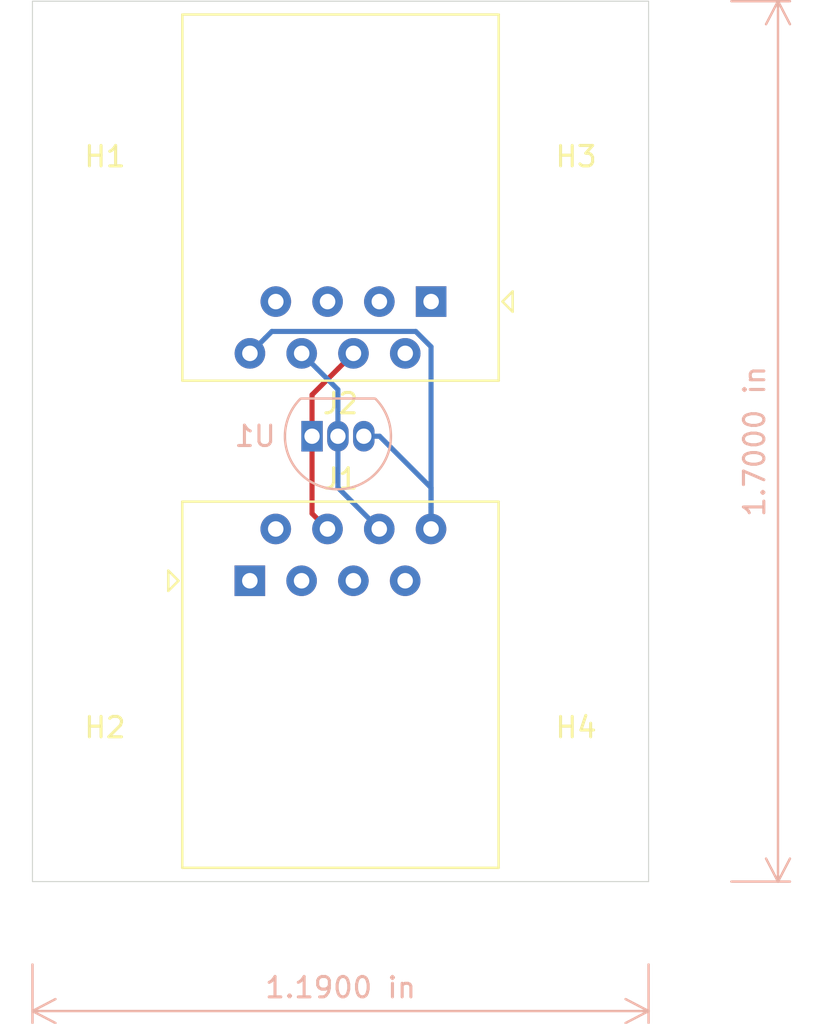
<source format=kicad_pcb>
(kicad_pcb (version 20171130) (host pcbnew "(5.1.5)-3")

  (general
    (thickness 1.6)
    (drawings 6)
    (tracks 17)
    (zones 0)
    (modules 7)
    (nets 14)
  )

  (page USLetter)
  (title_block
    (title "PAM chain link module")
    (date 2020-04-29)
    (rev 1)
  )

  (layers
    (0 F.Cu signal)
    (31 B.Cu signal)
    (32 B.Adhes user)
    (33 F.Adhes user)
    (34 B.Paste user)
    (35 F.Paste user)
    (36 B.SilkS user)
    (37 F.SilkS user)
    (38 B.Mask user)
    (39 F.Mask user)
    (40 Dwgs.User user)
    (41 Cmts.User user)
    (42 Eco1.User user)
    (43 Eco2.User user)
    (44 Edge.Cuts user)
    (45 Margin user)
    (46 B.CrtYd user)
    (47 F.CrtYd user)
    (48 B.Fab user)
    (49 F.Fab user)
  )

  (setup
    (last_trace_width 0.25)
    (trace_clearance 0.2)
    (zone_clearance 0.508)
    (zone_45_only no)
    (trace_min 0.2)
    (via_size 0.8)
    (via_drill 0.4)
    (via_min_size 0.4)
    (via_min_drill 0.3)
    (uvia_size 0.3)
    (uvia_drill 0.1)
    (uvias_allowed no)
    (uvia_min_size 0.2)
    (uvia_min_drill 0.1)
    (edge_width 0.05)
    (segment_width 0.2)
    (pcb_text_width 0.3)
    (pcb_text_size 1.5 1.5)
    (mod_edge_width 0.12)
    (mod_text_size 1 1)
    (mod_text_width 0.15)
    (pad_size 1.524 1.524)
    (pad_drill 0.762)
    (pad_to_mask_clearance 0.051)
    (solder_mask_min_width 0.25)
    (aux_axis_origin 0 0)
    (visible_elements 7FFFFFFF)
    (pcbplotparams
      (layerselection 0x010fc_ffffffff)
      (usegerberextensions false)
      (usegerberattributes false)
      (usegerberadvancedattributes false)
      (creategerberjobfile false)
      (excludeedgelayer true)
      (linewidth 0.100000)
      (plotframeref false)
      (viasonmask false)
      (mode 1)
      (useauxorigin false)
      (hpglpennumber 1)
      (hpglpenspeed 20)
      (hpglpendiameter 15.000000)
      (psnegative false)
      (psa4output false)
      (plotreference true)
      (plotvalue true)
      (plotinvisibletext false)
      (padsonsilk false)
      (subtractmaskfromsilk false)
      (outputformat 1)
      (mirror false)
      (drillshape 0)
      (scaleselection 1)
      (outputdirectory "C:/Users/Matej Usaj/Documents/kicad/pam_chain_module/pcb_plot/"))
  )

  (net 0 "")
  (net 1 VCC)
  (net 2 "Net-(J1-Pad7)")
  (net 3 /DATA)
  (net 4 "Net-(J1-Pad5)")
  (net 5 GND)
  (net 6 "Net-(J1-Pad3)")
  (net 7 "Net-(J1-Pad2)")
  (net 8 "Net-(J1-Pad1)")
  (net 9 "Net-(J2-Pad1)")
  (net 10 "Net-(J2-Pad2)")
  (net 11 "Net-(J2-Pad3)")
  (net 12 "Net-(J2-Pad5)")
  (net 13 "Net-(J2-Pad7)")

  (net_class Default "This is the default net class."
    (clearance 0.2)
    (trace_width 0.25)
    (via_dia 0.8)
    (via_drill 0.4)
    (uvia_dia 0.3)
    (uvia_drill 0.1)
    (add_net /DATA)
    (add_net GND)
    (add_net "Net-(J1-Pad1)")
    (add_net "Net-(J1-Pad2)")
    (add_net "Net-(J1-Pad3)")
    (add_net "Net-(J1-Pad5)")
    (add_net "Net-(J1-Pad7)")
    (add_net "Net-(J2-Pad1)")
    (add_net "Net-(J2-Pad2)")
    (add_net "Net-(J2-Pad3)")
    (add_net "Net-(J2-Pad5)")
    (add_net "Net-(J2-Pad7)")
    (add_net VCC)
  )

  (module MountingHole:MountingHole_3mm (layer F.Cu) (tedit 56D1B4CB) (tstamp 5EA3AEA4)
    (at 135.89 101.854)
    (descr "Mounting Hole 3mm, no annular")
    (tags "mounting hole 3mm no annular")
    (path /5EA55A8C)
    (attr virtual)
    (fp_text reference H4 (at 0 -4) (layer F.SilkS)
      (effects (font (size 1 1) (thickness 0.15)))
    )
    (fp_text value MountingHole (at 0 4) (layer F.Fab)
      (effects (font (size 1 1) (thickness 0.15)))
    )
    (fp_circle (center 0 0) (end 3.25 0) (layer F.CrtYd) (width 0.05))
    (fp_circle (center 0 0) (end 3 0) (layer Cmts.User) (width 0.15))
    (fp_text user %R (at 0.3 0) (layer F.Fab)
      (effects (font (size 1 1) (thickness 0.15)))
    )
    (pad 1 np_thru_hole circle (at 0 0) (size 3 3) (drill 3) (layers *.Cu *.Mask))
  )

  (module MountingHole:MountingHole_3mm (layer F.Cu) (tedit 56D1B4CB) (tstamp 5EA3AE9C)
    (at 135.89 65.786)
    (descr "Mounting Hole 3mm, no annular")
    (tags "mounting hole 3mm no annular")
    (path /5EA553C2)
    (attr virtual)
    (fp_text reference H3 (at 0 4.064) (layer F.SilkS)
      (effects (font (size 1 1) (thickness 0.15)))
    )
    (fp_text value MountingHole (at 0 4) (layer F.Fab)
      (effects (font (size 1 1) (thickness 0.15)))
    )
    (fp_circle (center 0 0) (end 3.25 0) (layer F.CrtYd) (width 0.05))
    (fp_circle (center 0 0) (end 3 0) (layer Cmts.User) (width 0.15))
    (fp_text user %R (at 0.3 0) (layer F.Fab)
      (effects (font (size 1 1) (thickness 0.15)))
    )
    (pad 1 np_thru_hole circle (at 0 0) (size 3 3) (drill 3) (layers *.Cu *.Mask))
  )

  (module MountingHole:MountingHole_3mm (layer F.Cu) (tedit 56D1B4CB) (tstamp 5EA3AE94)
    (at 112.776 101.854)
    (descr "Mounting Hole 3mm, no annular")
    (tags "mounting hole 3mm no annular")
    (path /5EA54166)
    (attr virtual)
    (fp_text reference H2 (at 0 -4) (layer F.SilkS)
      (effects (font (size 1 1) (thickness 0.15)))
    )
    (fp_text value MountingHole (at 0 4) (layer F.Fab)
      (effects (font (size 1 1) (thickness 0.15)))
    )
    (fp_circle (center 0 0) (end 3.25 0) (layer F.CrtYd) (width 0.05))
    (fp_circle (center 0 0) (end 3 0) (layer Cmts.User) (width 0.15))
    (fp_text user %R (at 0.3 0) (layer F.Fab)
      (effects (font (size 1 1) (thickness 0.15)))
    )
    (pad 1 np_thru_hole circle (at 0 0) (size 3 3) (drill 3) (layers *.Cu *.Mask))
  )

  (module MountingHole:MountingHole_3mm (layer F.Cu) (tedit 56D1B4CB) (tstamp 5EA3AE8C)
    (at 112.776 65.786)
    (descr "Mounting Hole 3mm, no annular")
    (tags "mounting hole 3mm no annular")
    (path /5EA54DA8)
    (attr virtual)
    (fp_text reference H1 (at 0 4.064) (layer F.SilkS)
      (effects (font (size 1 1) (thickness 0.15)))
    )
    (fp_text value MountingHole (at 0 4) (layer F.Fab)
      (effects (font (size 1 1) (thickness 0.15)))
    )
    (fp_circle (center 0 0) (end 3.25 0) (layer F.CrtYd) (width 0.05))
    (fp_circle (center 0 0) (end 3 0) (layer Cmts.User) (width 0.15))
    (fp_text user %R (at 0.3 0) (layer F.Fab)
      (effects (font (size 1 1) (thickness 0.15)))
    )
    (pad 1 np_thru_hole circle (at 0 0) (size 3 3) (drill 3) (layers *.Cu *.Mask))
  )

  (module Connector_RJ:RJ45_Amphenol_54602-x08_Horizontal (layer F.Cu) (tedit 5B103613) (tstamp 5EA36BCF)
    (at 119.884001 90.655001)
    (descr "8 Pol Shallow Latch Connector, Modjack, RJ45 (https://cdn.amphenol-icc.com/media/wysiwyg/files/drawing/c-bmj-0102.pdf)")
    (tags RJ45)
    (path /5EA398D2)
    (fp_text reference J1 (at 4.445 -5) (layer F.SilkS)
      (effects (font (size 1 1) (thickness 0.15)))
    )
    (fp_text value RJ45 (at 4.445 4) (layer F.Fab)
      (effects (font (size 1 1) (thickness 0.15)))
    )
    (fp_line (start 12.6 14.47) (end -3.71 14.47) (layer F.CrtYd) (width 0.05))
    (fp_line (start 12.6 14.47) (end 12.6 -4.27) (layer F.CrtYd) (width 0.05))
    (fp_line (start -3.71 -4.27) (end -3.71 14.47) (layer F.CrtYd) (width 0.05))
    (fp_line (start -3.71 -4.27) (end 12.6 -4.27) (layer F.CrtYd) (width 0.05))
    (fp_line (start -3.315 -3.88) (end -3.315 14.08) (layer F.SilkS) (width 0.12))
    (fp_line (start 12.205 -3.88) (end -3.315 -3.88) (layer F.SilkS) (width 0.12))
    (fp_line (start 12.205 -3.88) (end 12.205 14.08) (layer F.SilkS) (width 0.12))
    (fp_line (start -3.315 14.08) (end 12.205 14.08) (layer F.SilkS) (width 0.12))
    (fp_line (start -3.205 -2.77) (end -2.205 -3.77) (layer F.Fab) (width 0.12))
    (fp_line (start -2.205 -3.77) (end 12.095 -3.77) (layer F.Fab) (width 0.12))
    (fp_line (start 12.095 -3.77) (end 12.095 13.97) (layer F.Fab) (width 0.12))
    (fp_line (start 12.095 13.97) (end -3.205 13.97) (layer F.Fab) (width 0.12))
    (fp_line (start -3.205 13.97) (end -3.205 -2.77) (layer F.Fab) (width 0.12))
    (fp_line (start -3.5 0) (end -4 -0.5) (layer F.SilkS) (width 0.12))
    (fp_line (start -4 -0.5) (end -4 0.5) (layer F.SilkS) (width 0.12))
    (fp_line (start -4 0.5) (end -3.5 0) (layer F.SilkS) (width 0.12))
    (fp_text user %R (at 4.445 2) (layer F.Fab)
      (effects (font (size 1 1) (thickness 0.15)))
    )
    (pad 8 thru_hole circle (at 8.89 -2.54) (size 1.5 1.5) (drill 0.76) (layers *.Cu *.Mask)
      (net 1 VCC))
    (pad 7 thru_hole circle (at 7.62 0) (size 1.5 1.5) (drill 0.76) (layers *.Cu *.Mask)
      (net 2 "Net-(J1-Pad7)"))
    (pad 6 thru_hole circle (at 6.35 -2.54) (size 1.5 1.5) (drill 0.76) (layers *.Cu *.Mask)
      (net 3 /DATA))
    (pad 5 thru_hole circle (at 5.08 0) (size 1.5 1.5) (drill 0.76) (layers *.Cu *.Mask)
      (net 4 "Net-(J1-Pad5)"))
    (pad 4 thru_hole circle (at 3.81 -2.54) (size 1.5 1.5) (drill 0.76) (layers *.Cu *.Mask)
      (net 5 GND))
    (pad 3 thru_hole circle (at 2.54 0) (size 1.5 1.5) (drill 0.76) (layers *.Cu *.Mask)
      (net 6 "Net-(J1-Pad3)"))
    (pad 2 thru_hole circle (at 1.27 -2.54) (size 1.5 1.5) (drill 0.76) (layers *.Cu *.Mask)
      (net 7 "Net-(J1-Pad2)"))
    (pad 1 thru_hole rect (at 0 0) (size 1.5 1.5) (drill 0.76) (layers *.Cu *.Mask)
      (net 8 "Net-(J1-Pad1)"))
    (pad "" np_thru_hole circle (at -1.27 6.35) (size 3.2 3.2) (drill 3.2) (layers *.Cu *.Mask))
    (pad "" np_thru_hole circle (at 10.16 6.35) (size 3.2 3.2) (drill 3.2) (layers *.Cu *.Mask))
    (model ${KISYS3DMOD}/Connector_RJ.3dshapes/RJ45_Amphenol_54602-x08_Horizontal.wrl
      (at (xyz 0 0 0))
      (scale (xyz 1 1 1))
      (rotate (xyz 0 0 0))
    )
  )

  (module Connector_RJ:RJ45_Amphenol_54602-x08_Horizontal (layer F.Cu) (tedit 5B103613) (tstamp 5EA36BEE)
    (at 128.778 76.962 180)
    (descr "8 Pol Shallow Latch Connector, Modjack, RJ45 (https://cdn.amphenol-icc.com/media/wysiwyg/files/drawing/c-bmj-0102.pdf)")
    (tags RJ45)
    (path /5EA388D6)
    (fp_text reference J2 (at 4.445 -5) (layer F.SilkS)
      (effects (font (size 1 1) (thickness 0.15)))
    )
    (fp_text value RJ45 (at 4.445 4) (layer F.Fab)
      (effects (font (size 1 1) (thickness 0.15)))
    )
    (fp_text user %R (at 4.445 2) (layer F.Fab)
      (effects (font (size 1 1) (thickness 0.15)))
    )
    (fp_line (start -4 0.5) (end -3.5 0) (layer F.SilkS) (width 0.12))
    (fp_line (start -4 -0.5) (end -4 0.5) (layer F.SilkS) (width 0.12))
    (fp_line (start -3.5 0) (end -4 -0.5) (layer F.SilkS) (width 0.12))
    (fp_line (start -3.205 13.97) (end -3.205 -2.77) (layer F.Fab) (width 0.12))
    (fp_line (start 12.095 13.97) (end -3.205 13.97) (layer F.Fab) (width 0.12))
    (fp_line (start 12.095 -3.77) (end 12.095 13.97) (layer F.Fab) (width 0.12))
    (fp_line (start -2.205 -3.77) (end 12.095 -3.77) (layer F.Fab) (width 0.12))
    (fp_line (start -3.205 -2.77) (end -2.205 -3.77) (layer F.Fab) (width 0.12))
    (fp_line (start -3.315 14.08) (end 12.205 14.08) (layer F.SilkS) (width 0.12))
    (fp_line (start 12.205 -3.88) (end 12.205 14.08) (layer F.SilkS) (width 0.12))
    (fp_line (start 12.205 -3.88) (end -3.315 -3.88) (layer F.SilkS) (width 0.12))
    (fp_line (start -3.315 -3.88) (end -3.315 14.08) (layer F.SilkS) (width 0.12))
    (fp_line (start -3.71 -4.27) (end 12.6 -4.27) (layer F.CrtYd) (width 0.05))
    (fp_line (start -3.71 -4.27) (end -3.71 14.47) (layer F.CrtYd) (width 0.05))
    (fp_line (start 12.6 14.47) (end 12.6 -4.27) (layer F.CrtYd) (width 0.05))
    (fp_line (start 12.6 14.47) (end -3.71 14.47) (layer F.CrtYd) (width 0.05))
    (pad "" np_thru_hole circle (at 10.16 6.35 180) (size 3.2 3.2) (drill 3.2) (layers *.Cu *.Mask))
    (pad "" np_thru_hole circle (at -1.27 6.35 180) (size 3.2 3.2) (drill 3.2) (layers *.Cu *.Mask))
    (pad 1 thru_hole rect (at 0 0 180) (size 1.5 1.5) (drill 0.76) (layers *.Cu *.Mask)
      (net 9 "Net-(J2-Pad1)"))
    (pad 2 thru_hole circle (at 1.27 -2.54 180) (size 1.5 1.5) (drill 0.76) (layers *.Cu *.Mask)
      (net 10 "Net-(J2-Pad2)"))
    (pad 3 thru_hole circle (at 2.54 0 180) (size 1.5 1.5) (drill 0.76) (layers *.Cu *.Mask)
      (net 11 "Net-(J2-Pad3)"))
    (pad 4 thru_hole circle (at 3.81 -2.54 180) (size 1.5 1.5) (drill 0.76) (layers *.Cu *.Mask)
      (net 5 GND))
    (pad 5 thru_hole circle (at 5.08 0 180) (size 1.5 1.5) (drill 0.76) (layers *.Cu *.Mask)
      (net 12 "Net-(J2-Pad5)"))
    (pad 6 thru_hole circle (at 6.35 -2.54 180) (size 1.5 1.5) (drill 0.76) (layers *.Cu *.Mask)
      (net 3 /DATA))
    (pad 7 thru_hole circle (at 7.62 0 180) (size 1.5 1.5) (drill 0.76) (layers *.Cu *.Mask)
      (net 13 "Net-(J2-Pad7)"))
    (pad 8 thru_hole circle (at 8.89 -2.54 180) (size 1.5 1.5) (drill 0.76) (layers *.Cu *.Mask)
      (net 1 VCC))
    (model ${KISYS3DMOD}/Connector_RJ.3dshapes/RJ45_Amphenol_54602-x08_Horizontal.wrl
      (at (xyz 0 0 0))
      (scale (xyz 1 1 1))
      (rotate (xyz 0 0 0))
    )
  )

  (module Package_TO_SOT_THT:TO-92_Inline (layer B.Cu) (tedit 5A1DD157) (tstamp 5EA3B195)
    (at 122.936 83.566)
    (descr "TO-92 leads in-line, narrow, oval pads, drill 0.75mm (see NXP sot054_po.pdf)")
    (tags "to-92 sc-43 sc-43a sot54 PA33 transistor")
    (path /5EA37B9B)
    (fp_text reference U1 (at -2.794 0) (layer B.SilkS)
      (effects (font (size 1 1) (thickness 0.15)) (justify mirror))
    )
    (fp_text value MAX31820 (at 1.27 -2.79) (layer B.Fab)
      (effects (font (size 1 1) (thickness 0.15)) (justify mirror))
    )
    (fp_arc (start 1.27 0) (end 1.27 2.6) (angle -135) (layer B.SilkS) (width 0.12))
    (fp_arc (start 1.27 0) (end 1.27 2.48) (angle 135) (layer B.Fab) (width 0.1))
    (fp_arc (start 1.27 0) (end 1.27 2.6) (angle 135) (layer B.SilkS) (width 0.12))
    (fp_arc (start 1.27 0) (end 1.27 2.48) (angle -135) (layer B.Fab) (width 0.1))
    (fp_line (start 4 -2.01) (end -1.46 -2.01) (layer B.CrtYd) (width 0.05))
    (fp_line (start 4 -2.01) (end 4 2.73) (layer B.CrtYd) (width 0.05))
    (fp_line (start -1.46 2.73) (end -1.46 -2.01) (layer B.CrtYd) (width 0.05))
    (fp_line (start -1.46 2.73) (end 4 2.73) (layer B.CrtYd) (width 0.05))
    (fp_line (start -0.5 -1.75) (end 3 -1.75) (layer B.Fab) (width 0.1))
    (fp_line (start -0.53 -1.85) (end 3.07 -1.85) (layer B.SilkS) (width 0.12))
    (fp_text user %R (at -2.794 0) (layer B.Fab)
      (effects (font (size 1 1) (thickness 0.15)) (justify mirror))
    )
    (pad 1 thru_hole rect (at 0 0) (size 1.05 1.5) (drill 0.75) (layers *.Cu *.Mask)
      (net 5 GND))
    (pad 3 thru_hole oval (at 2.54 0) (size 1.05 1.5) (drill 0.75) (layers *.Cu *.Mask)
      (net 1 VCC))
    (pad 2 thru_hole oval (at 1.27 0) (size 1.05 1.5) (drill 0.75) (layers *.Cu *.Mask)
      (net 3 /DATA))
    (model ${KISYS3DMOD}/Package_TO_SOT_THT.3dshapes/TO-92_Inline.wrl
      (at (xyz 0 0 0))
      (scale (xyz 1 1 1))
      (rotate (xyz 0 0 0))
    )
  )

  (dimension 43.18 (width 0.12) (layer B.SilkS)
    (gr_text "43.180 mm" (at 147.066 83.82 270) (layer B.SilkS)
      (effects (font (size 1 1) (thickness 0.15)))
    )
    (feature1 (pts (xy 143.51 105.41) (xy 146.382421 105.41)))
    (feature2 (pts (xy 143.51 62.23) (xy 146.382421 62.23)))
    (crossbar (pts (xy 145.796 62.23) (xy 145.796 105.41)))
    (arrow1a (pts (xy 145.796 105.41) (xy 145.209579 104.283496)))
    (arrow1b (pts (xy 145.796 105.41) (xy 146.382421 104.283496)))
    (arrow2a (pts (xy 145.796 62.23) (xy 145.209579 63.356504)))
    (arrow2b (pts (xy 145.796 62.23) (xy 146.382421 63.356504)))
  )
  (dimension 30.226 (width 0.12) (layer B.SilkS)
    (gr_text "30.226 mm" (at 124.333 113.03) (layer B.SilkS)
      (effects (font (size 1 1) (thickness 0.15)))
    )
    (feature1 (pts (xy 139.446 109.474) (xy 139.446 112.346421)))
    (feature2 (pts (xy 109.22 109.474) (xy 109.22 112.346421)))
    (crossbar (pts (xy 109.22 111.76) (xy 139.446 111.76)))
    (arrow1a (pts (xy 139.446 111.76) (xy 138.319496 112.346421)))
    (arrow1b (pts (xy 139.446 111.76) (xy 138.319496 111.173579)))
    (arrow2a (pts (xy 109.22 111.76) (xy 110.346504 112.346421)))
    (arrow2b (pts (xy 109.22 111.76) (xy 110.346504 111.173579)))
  )
  (gr_line (start 109.22 62.23) (end 139.446 62.23) (layer Edge.Cuts) (width 0.05) (tstamp 5EA3BC1A))
  (gr_line (start 109.22 105.41) (end 109.22 62.23) (layer Edge.Cuts) (width 0.05))
  (gr_line (start 139.446 105.41) (end 109.22 105.41) (layer Edge.Cuts) (width 0.05))
  (gr_line (start 139.446 62.23) (end 139.446 105.41) (layer Edge.Cuts) (width 0.05))

  (segment (start 128.774001 87.054341) (end 128.774001 88.115001) (width 0.25) (layer B.Cu) (net 1))
  (segment (start 128.774001 86.089001) (end 128.774001 87.054341) (width 0.25) (layer B.Cu) (net 1))
  (segment (start 125.476 83.566) (end 126.251 83.566) (width 0.25) (layer B.Cu) (net 1))
  (segment (start 126.251 83.566) (end 128.774001 86.089001) (width 0.25) (layer B.Cu) (net 1))
  (segment (start 120.637999 78.752001) (end 119.888 79.502) (width 0.25) (layer B.Cu) (net 1))
  (segment (start 120.963001 78.426999) (end 120.637999 78.752001) (width 0.25) (layer B.Cu) (net 1))
  (segment (start 128.024001 78.426999) (end 120.963001 78.426999) (width 0.25) (layer B.Cu) (net 1))
  (segment (start 128.774001 79.176999) (end 128.024001 78.426999) (width 0.25) (layer B.Cu) (net 1))
  (segment (start 128.774001 88.115001) (end 128.774001 79.176999) (width 0.25) (layer B.Cu) (net 1))
  (segment (start 123.177999 80.251999) (end 122.428 79.502) (width 0.25) (layer B.Cu) (net 3))
  (segment (start 124.206 86.087) (end 124.206 81.28) (width 0.25) (layer B.Cu) (net 3))
  (segment (start 124.206 81.28) (end 123.177999 80.251999) (width 0.25) (layer B.Cu) (net 3))
  (segment (start 126.234001 88.115001) (end 124.206 86.087) (width 0.25) (layer B.Cu) (net 3))
  (segment (start 124.218001 80.251999) (end 124.968 79.502) (width 0.25) (layer F.Cu) (net 5))
  (segment (start 122.936 81.534) (end 124.218001 80.251999) (width 0.25) (layer F.Cu) (net 5))
  (segment (start 122.936 87.357) (end 122.936 81.534) (width 0.25) (layer F.Cu) (net 5))
  (segment (start 123.694001 88.115001) (end 122.936 87.357) (width 0.25) (layer F.Cu) (net 5))

  (zone (net 0) (net_name "") (layer F.Cu) (tstamp 0) (hatch edge 0.508)
    (connect_pads (clearance 0.508))
    (min_thickness 0.254)
    (fill (arc_segments 32) (thermal_gap 0.508) (thermal_bridge_width 0.508))
    (polygon
      (pts
        (xy 139.446 105.41) (xy 109.22 105.41) (xy 109.22 62.23) (xy 139.446 62.23)
      )
    )
  )
  (zone (net 0) (net_name "") (layer B.Cu) (tstamp 5EA3BBC5) (hatch edge 0.508)
    (connect_pads (clearance 0.508))
    (min_thickness 0.254)
    (fill (arc_segments 32) (thermal_gap 0.508) (thermal_bridge_width 0.508))
    (polygon
      (pts
        (xy 139.446 105.41) (xy 109.22 105.41) (xy 109.22 62.23) (xy 139.446 62.23)
      )
    )
  )
)

</source>
